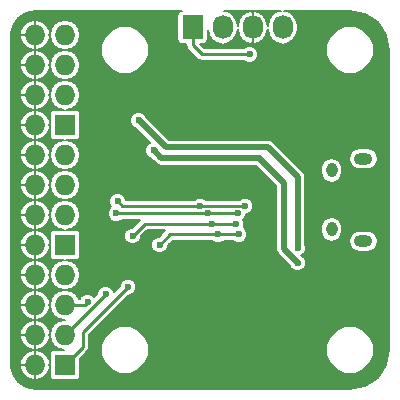
<source format=gbr>
G04 #@! TF.FileFunction,Copper,L2,Bot,Signal*
%FSLAX46Y46*%
G04 Gerber Fmt 4.6, Leading zero omitted, Abs format (unit mm)*
G04 Created by KiCad (PCBNEW 4.0.6) date Tue Apr 25 22:47:00 2017*
%MOMM*%
%LPD*%
G01*
G04 APERTURE LIST*
%ADD10C,0.100000*%
%ADD11O,0.950000X1.250000*%
%ADD12O,1.550000X1.000000*%
%ADD13R,1.727200X2.032000*%
%ADD14O,1.727200X2.032000*%
%ADD15R,1.727200X1.727200*%
%ADD16O,1.727200X1.727200*%
%ADD17C,0.600000*%
%ADD18C,0.500000*%
%ADD19C,0.250000*%
%ADD20C,0.203000*%
G04 APERTURE END LIST*
D10*
D11*
X180047460Y-90130900D03*
X180047460Y-85130900D03*
D12*
X182747460Y-91130900D03*
X182747460Y-84130900D03*
D13*
X168275000Y-73025000D03*
D14*
X170815000Y-73025000D03*
X173355000Y-73025000D03*
X175895000Y-73025000D03*
D15*
X157480000Y-101600000D03*
D16*
X154940000Y-101600000D03*
X157480000Y-99060000D03*
X154940000Y-99060000D03*
X157480000Y-96520000D03*
X154940000Y-96520000D03*
X157480000Y-93980000D03*
X154940000Y-93980000D03*
D15*
X157480000Y-91440000D03*
D16*
X154940000Y-91440000D03*
X157480000Y-88900000D03*
X154940000Y-88900000D03*
X157480000Y-86360000D03*
X154940000Y-86360000D03*
X157480000Y-83820000D03*
X154940000Y-83820000D03*
D15*
X157480000Y-81280000D03*
D16*
X154940000Y-81280000D03*
X157480000Y-78740000D03*
X154940000Y-78740000D03*
X157480000Y-76200000D03*
X154940000Y-76200000D03*
X157480000Y-73660000D03*
X154940000Y-73660000D03*
D17*
X177165000Y-91694000D03*
X163703000Y-80899000D03*
X163195000Y-86995000D03*
X166497000Y-80264000D03*
X178435000Y-86360000D03*
X172466000Y-85344000D03*
X177165000Y-97790000D03*
X172212000Y-94996000D03*
X173101000Y-75311000D03*
X177165000Y-92964000D03*
X176022000Y-91567000D03*
X164973000Y-83439000D03*
X173895000Y-84074000D03*
X162814000Y-94996000D03*
X160909000Y-95631000D03*
X159385000Y-96266000D03*
X165481000Y-91440000D03*
X170434000Y-90551000D03*
X172212000Y-90551000D03*
X163195000Y-90678000D03*
X169926000Y-89662000D03*
X171958000Y-89662000D03*
X161798000Y-88773000D03*
X169545000Y-88773000D03*
X172085000Y-88773000D03*
X161925000Y-87757000D03*
X168910000Y-88138000D03*
X172720000Y-88138000D03*
D18*
X165989000Y-83185000D02*
X163703000Y-80899000D01*
X174625000Y-83185000D02*
X165989000Y-83185000D01*
X177165000Y-85725000D02*
X174625000Y-83185000D01*
X177165000Y-85725000D02*
X177165000Y-91694000D01*
D19*
X168275000Y-74549000D02*
X168275000Y-73025000D01*
X169037000Y-75311000D02*
X168275000Y-74549000D01*
X173101000Y-75311000D02*
X169037000Y-75311000D01*
D18*
X176022000Y-91567000D02*
X176022000Y-91821000D01*
X176276000Y-92075000D02*
X177165000Y-92964000D01*
X176022000Y-91821000D02*
X176276000Y-92075000D01*
X176022000Y-86201000D02*
X173895000Y-84074000D01*
X176022000Y-91567000D02*
X176022000Y-86201000D01*
X173895000Y-84074000D02*
X165608000Y-84074000D01*
X165608000Y-84074000D02*
X164973000Y-83439000D01*
D19*
X173863000Y-84106000D02*
X173895000Y-84074000D01*
X159639000Y-98171000D02*
X159004000Y-98806000D01*
X162814000Y-94996000D02*
X159639000Y-98171000D01*
X159004000Y-100076000D02*
X157480000Y-101600000D01*
X159004000Y-98806000D02*
X159004000Y-100076000D01*
X157480000Y-99060000D02*
X159004000Y-97536000D01*
X159004000Y-97536000D02*
X160909000Y-95631000D01*
X159131000Y-96520000D02*
X159385000Y-96266000D01*
X159131000Y-96520000D02*
X157480000Y-96520000D01*
X170434000Y-90551000D02*
X166370000Y-90551000D01*
X166370000Y-90551000D02*
X165481000Y-91440000D01*
X170434000Y-90551000D02*
X172212000Y-90551000D01*
X169926000Y-89662000D02*
X164211000Y-89662000D01*
X164211000Y-89662000D02*
X163195000Y-90678000D01*
X169926000Y-89662000D02*
X170561000Y-89662000D01*
X170561000Y-89662000D02*
X171958000Y-89662000D01*
X169545000Y-88773000D02*
X161798000Y-88773000D01*
X169545000Y-88773000D02*
X172085000Y-88773000D01*
X168910000Y-88138000D02*
X162306000Y-88138000D01*
X162306000Y-88138000D02*
X161925000Y-87757000D01*
X168910000Y-88138000D02*
X172720000Y-88138000D01*
D20*
G36*
X167260760Y-71622882D02*
X167122407Y-71711910D01*
X167029591Y-71847751D01*
X166996937Y-72009000D01*
X166996937Y-74041000D01*
X167025282Y-74191640D01*
X167114310Y-74329993D01*
X167250151Y-74422809D01*
X167411400Y-74455463D01*
X167743500Y-74455463D01*
X167743500Y-74549000D01*
X167783958Y-74752396D01*
X167899173Y-74924827D01*
X168661173Y-75686827D01*
X168833604Y-75802042D01*
X169037000Y-75842500D01*
X172633302Y-75842500D01*
X172700277Y-75909592D01*
X172959852Y-76017377D01*
X173240915Y-76017622D01*
X173500677Y-75910291D01*
X173699592Y-75711723D01*
X173807377Y-75452148D01*
X173807485Y-75327367D01*
X179603152Y-75327367D01*
X179907980Y-76065106D01*
X180471925Y-76630036D01*
X181209131Y-76936151D01*
X182007367Y-76936848D01*
X182745106Y-76632020D01*
X183310036Y-76068075D01*
X183616151Y-75330869D01*
X183616848Y-74532633D01*
X183312020Y-73794894D01*
X182748075Y-73229964D01*
X182010869Y-72923849D01*
X181212633Y-72923152D01*
X180474894Y-73227980D01*
X179909964Y-73791925D01*
X179603849Y-74529131D01*
X179603152Y-75327367D01*
X173807485Y-75327367D01*
X173807622Y-75171085D01*
X173700291Y-74911323D01*
X173501723Y-74712408D01*
X173242148Y-74604623D01*
X172961085Y-74604378D01*
X172701323Y-74711709D01*
X172633414Y-74779500D01*
X169257154Y-74779500D01*
X168933117Y-74455463D01*
X169138600Y-74455463D01*
X169289240Y-74427118D01*
X169427593Y-74338090D01*
X169520409Y-74202249D01*
X169553063Y-74041000D01*
X169553063Y-73246306D01*
X169641581Y-73691314D01*
X169916904Y-74103364D01*
X170328954Y-74378687D01*
X170815000Y-74475368D01*
X171301046Y-74378687D01*
X171713096Y-74103364D01*
X171988419Y-73691314D01*
X172085100Y-73205268D01*
X172085100Y-73178903D01*
X172181772Y-73663908D01*
X172457257Y-74075850D01*
X172869416Y-74351011D01*
X173155819Y-74431785D01*
X173354500Y-74345875D01*
X173354500Y-73025500D01*
X173334500Y-73025500D01*
X173334500Y-73024500D01*
X173354500Y-73024500D01*
X173354500Y-71704125D01*
X173155819Y-71618215D01*
X172869416Y-71698989D01*
X172457257Y-71974150D01*
X172181772Y-72386092D01*
X172085100Y-72871097D01*
X172085100Y-72844732D01*
X171988419Y-72358686D01*
X171713096Y-71946636D01*
X171301046Y-71671313D01*
X170950074Y-71601500D01*
X175759926Y-71601500D01*
X175408954Y-71671313D01*
X174996904Y-71946636D01*
X174721581Y-72358686D01*
X174624900Y-72844732D01*
X174624900Y-72871097D01*
X174528228Y-72386092D01*
X174252743Y-71974150D01*
X173840584Y-71698989D01*
X173554181Y-71618215D01*
X173355500Y-71704125D01*
X173355500Y-73024500D01*
X173375500Y-73024500D01*
X173375500Y-73025500D01*
X173355500Y-73025500D01*
X173355500Y-74345875D01*
X173554181Y-74431785D01*
X173840584Y-74351011D01*
X174252743Y-74075850D01*
X174528228Y-73663908D01*
X174624900Y-73178903D01*
X174624900Y-73205268D01*
X174721581Y-73691314D01*
X174996904Y-74103364D01*
X175408954Y-74378687D01*
X175895000Y-74475368D01*
X176381046Y-74378687D01*
X176793096Y-74103364D01*
X177068419Y-73691314D01*
X177165100Y-73205268D01*
X177165100Y-72844732D01*
X177068419Y-72358686D01*
X176793096Y-71946636D01*
X176381046Y-71671313D01*
X176030074Y-71601500D01*
X181562577Y-71601500D01*
X182880151Y-71863582D01*
X183956935Y-72583065D01*
X184676418Y-73659849D01*
X184938500Y-74977423D01*
X184938500Y-100282577D01*
X184676418Y-101600151D01*
X183956935Y-102676935D01*
X182880151Y-103396418D01*
X181562577Y-103658500D01*
X154987423Y-103658500D01*
X154155855Y-103493091D01*
X153491091Y-103048909D01*
X153046909Y-102384143D01*
X152930553Y-101799181D01*
X153685615Y-101799181D01*
X153704876Y-101896012D01*
X153912173Y-102346141D01*
X154275948Y-102682677D01*
X154740819Y-102854385D01*
X154939500Y-102768475D01*
X154939500Y-101600500D01*
X153771525Y-101600500D01*
X153685615Y-101799181D01*
X152930553Y-101799181D01*
X152881500Y-101552577D01*
X152881500Y-101400819D01*
X153685615Y-101400819D01*
X153771525Y-101599500D01*
X154939500Y-101599500D01*
X154939500Y-100431525D01*
X154740819Y-100345615D01*
X154275948Y-100517323D01*
X153912173Y-100853859D01*
X153704876Y-101303988D01*
X153685615Y-101400819D01*
X152881500Y-101400819D01*
X152881500Y-99259181D01*
X153685615Y-99259181D01*
X153704876Y-99356012D01*
X153912173Y-99806141D01*
X154275948Y-100142677D01*
X154740819Y-100314385D01*
X154939500Y-100228475D01*
X154939500Y-99060500D01*
X153771525Y-99060500D01*
X153685615Y-99259181D01*
X152881500Y-99259181D01*
X152881500Y-98860819D01*
X153685615Y-98860819D01*
X153771525Y-99059500D01*
X154939500Y-99059500D01*
X154939500Y-97891525D01*
X154740819Y-97805615D01*
X154275948Y-97977323D01*
X153912173Y-98313859D01*
X153704876Y-98763988D01*
X153685615Y-98860819D01*
X152881500Y-98860819D01*
X152881500Y-96719181D01*
X153685615Y-96719181D01*
X153704876Y-96816012D01*
X153912173Y-97266141D01*
X154275948Y-97602677D01*
X154740819Y-97774385D01*
X154939500Y-97688475D01*
X154939500Y-96520500D01*
X153771525Y-96520500D01*
X153685615Y-96719181D01*
X152881500Y-96719181D01*
X152881500Y-96320819D01*
X153685615Y-96320819D01*
X153771525Y-96519500D01*
X154939500Y-96519500D01*
X154939500Y-95351525D01*
X154740819Y-95265615D01*
X154275948Y-95437323D01*
X153912173Y-95773859D01*
X153704876Y-96223988D01*
X153685615Y-96320819D01*
X152881500Y-96320819D01*
X152881500Y-94179181D01*
X153685615Y-94179181D01*
X153704876Y-94276012D01*
X153912173Y-94726141D01*
X154275948Y-95062677D01*
X154740819Y-95234385D01*
X154939500Y-95148475D01*
X154939500Y-93980500D01*
X153771525Y-93980500D01*
X153685615Y-94179181D01*
X152881500Y-94179181D01*
X152881500Y-93780819D01*
X153685615Y-93780819D01*
X153771525Y-93979500D01*
X154939500Y-93979500D01*
X154939500Y-92811525D01*
X154740819Y-92725615D01*
X154275948Y-92897323D01*
X153912173Y-93233859D01*
X153704876Y-93683988D01*
X153685615Y-93780819D01*
X152881500Y-93780819D01*
X152881500Y-91639181D01*
X153685615Y-91639181D01*
X153704876Y-91736012D01*
X153912173Y-92186141D01*
X154275948Y-92522677D01*
X154740819Y-92694385D01*
X154939500Y-92608475D01*
X154939500Y-91440500D01*
X153771525Y-91440500D01*
X153685615Y-91639181D01*
X152881500Y-91639181D01*
X152881500Y-91240819D01*
X153685615Y-91240819D01*
X153771525Y-91439500D01*
X154939500Y-91439500D01*
X154939500Y-90271525D01*
X154740819Y-90185615D01*
X154275948Y-90357323D01*
X153912173Y-90693859D01*
X153704876Y-91143988D01*
X153685615Y-91240819D01*
X152881500Y-91240819D01*
X152881500Y-89099181D01*
X153685615Y-89099181D01*
X153704876Y-89196012D01*
X153912173Y-89646141D01*
X154275948Y-89982677D01*
X154740819Y-90154385D01*
X154939500Y-90068475D01*
X154939500Y-88900500D01*
X153771525Y-88900500D01*
X153685615Y-89099181D01*
X152881500Y-89099181D01*
X152881500Y-88700819D01*
X153685615Y-88700819D01*
X153771525Y-88899500D01*
X154939500Y-88899500D01*
X154939500Y-87731525D01*
X154740819Y-87645615D01*
X154275948Y-87817323D01*
X153912173Y-88153859D01*
X153704876Y-88603988D01*
X153685615Y-88700819D01*
X152881500Y-88700819D01*
X152881500Y-86559181D01*
X153685615Y-86559181D01*
X153704876Y-86656012D01*
X153912173Y-87106141D01*
X154275948Y-87442677D01*
X154740819Y-87614385D01*
X154939500Y-87528475D01*
X154939500Y-86360500D01*
X153771525Y-86360500D01*
X153685615Y-86559181D01*
X152881500Y-86559181D01*
X152881500Y-86160819D01*
X153685615Y-86160819D01*
X153771525Y-86359500D01*
X154939500Y-86359500D01*
X154939500Y-85191525D01*
X154740819Y-85105615D01*
X154275948Y-85277323D01*
X153912173Y-85613859D01*
X153704876Y-86063988D01*
X153685615Y-86160819D01*
X152881500Y-86160819D01*
X152881500Y-84019181D01*
X153685615Y-84019181D01*
X153704876Y-84116012D01*
X153912173Y-84566141D01*
X154275948Y-84902677D01*
X154740819Y-85074385D01*
X154939500Y-84988475D01*
X154939500Y-83820500D01*
X153771525Y-83820500D01*
X153685615Y-84019181D01*
X152881500Y-84019181D01*
X152881500Y-83620819D01*
X153685615Y-83620819D01*
X153771525Y-83819500D01*
X154939500Y-83819500D01*
X154939500Y-82651525D01*
X154740819Y-82565615D01*
X154275948Y-82737323D01*
X153912173Y-83073859D01*
X153704876Y-83523988D01*
X153685615Y-83620819D01*
X152881500Y-83620819D01*
X152881500Y-81479181D01*
X153685615Y-81479181D01*
X153704876Y-81576012D01*
X153912173Y-82026141D01*
X154275948Y-82362677D01*
X154740819Y-82534385D01*
X154939500Y-82448475D01*
X154939500Y-81280500D01*
X153771525Y-81280500D01*
X153685615Y-81479181D01*
X152881500Y-81479181D01*
X152881500Y-81080819D01*
X153685615Y-81080819D01*
X153771525Y-81279500D01*
X154939500Y-81279500D01*
X154939500Y-80111525D01*
X154740819Y-80025615D01*
X154275948Y-80197323D01*
X153912173Y-80533859D01*
X153704876Y-80983988D01*
X153685615Y-81080819D01*
X152881500Y-81080819D01*
X152881500Y-78939181D01*
X153685615Y-78939181D01*
X153704876Y-79036012D01*
X153912173Y-79486141D01*
X154275948Y-79822677D01*
X154740819Y-79994385D01*
X154939500Y-79908475D01*
X154939500Y-78740500D01*
X153771525Y-78740500D01*
X153685615Y-78939181D01*
X152881500Y-78939181D01*
X152881500Y-78540819D01*
X153685615Y-78540819D01*
X153771525Y-78739500D01*
X154939500Y-78739500D01*
X154939500Y-77571525D01*
X154740819Y-77485615D01*
X154275948Y-77657323D01*
X153912173Y-77993859D01*
X153704876Y-78443988D01*
X153685615Y-78540819D01*
X152881500Y-78540819D01*
X152881500Y-76399181D01*
X153685615Y-76399181D01*
X153704876Y-76496012D01*
X153912173Y-76946141D01*
X154275948Y-77282677D01*
X154740819Y-77454385D01*
X154939500Y-77368475D01*
X154939500Y-76200500D01*
X153771525Y-76200500D01*
X153685615Y-76399181D01*
X152881500Y-76399181D01*
X152881500Y-76000819D01*
X153685615Y-76000819D01*
X153771525Y-76199500D01*
X154939500Y-76199500D01*
X154939500Y-75031525D01*
X154740819Y-74945615D01*
X154275948Y-75117323D01*
X153912173Y-75453859D01*
X153704876Y-75903988D01*
X153685615Y-76000819D01*
X152881500Y-76000819D01*
X152881500Y-73859181D01*
X153685615Y-73859181D01*
X153704876Y-73956012D01*
X153912173Y-74406141D01*
X154275948Y-74742677D01*
X154740819Y-74914385D01*
X154939500Y-74828475D01*
X154939500Y-73660500D01*
X153771525Y-73660500D01*
X153685615Y-73859181D01*
X152881500Y-73859181D01*
X152881500Y-73707423D01*
X152930552Y-73460819D01*
X153685615Y-73460819D01*
X153771525Y-73659500D01*
X154939500Y-73659500D01*
X154939500Y-72491525D01*
X154940500Y-72491525D01*
X154940500Y-73659500D01*
X154960500Y-73659500D01*
X154960500Y-73660500D01*
X154940500Y-73660500D01*
X154940500Y-74828475D01*
X155139181Y-74914385D01*
X155604052Y-74742677D01*
X155967827Y-74406141D01*
X156175124Y-73956012D01*
X156194385Y-73859181D01*
X156108476Y-73660502D01*
X156185117Y-73660502D01*
X156281698Y-74146046D01*
X156557021Y-74558096D01*
X156969071Y-74833419D01*
X157454614Y-74930000D01*
X156969071Y-75026581D01*
X156557021Y-75301904D01*
X156281698Y-75713954D01*
X156185117Y-76199498D01*
X156108476Y-76199498D01*
X156194385Y-76000819D01*
X156175124Y-75903988D01*
X155967827Y-75453859D01*
X155604052Y-75117323D01*
X155139181Y-74945615D01*
X154940500Y-75031525D01*
X154940500Y-76199500D01*
X154960500Y-76199500D01*
X154960500Y-76200500D01*
X154940500Y-76200500D01*
X154940500Y-77368475D01*
X155139181Y-77454385D01*
X155604052Y-77282677D01*
X155967827Y-76946141D01*
X156175124Y-76496012D01*
X156194385Y-76399181D01*
X156108476Y-76200502D01*
X156185117Y-76200502D01*
X156281698Y-76686046D01*
X156557021Y-77098096D01*
X156969071Y-77373419D01*
X157454614Y-77470000D01*
X156969071Y-77566581D01*
X156557021Y-77841904D01*
X156281698Y-78253954D01*
X156185117Y-78739498D01*
X156108476Y-78739498D01*
X156194385Y-78540819D01*
X156175124Y-78443988D01*
X155967827Y-77993859D01*
X155604052Y-77657323D01*
X155139181Y-77485615D01*
X154940500Y-77571525D01*
X154940500Y-78739500D01*
X154960500Y-78739500D01*
X154960500Y-78740500D01*
X154940500Y-78740500D01*
X154940500Y-79908475D01*
X155139181Y-79994385D01*
X155604052Y-79822677D01*
X155967827Y-79486141D01*
X156175124Y-79036012D01*
X156194385Y-78939181D01*
X156108476Y-78740502D01*
X156185117Y-78740502D01*
X156281698Y-79226046D01*
X156557021Y-79638096D01*
X156969071Y-79913419D01*
X157414079Y-80001937D01*
X156616400Y-80001937D01*
X156465760Y-80030282D01*
X156327407Y-80119310D01*
X156234591Y-80255151D01*
X156201937Y-80416400D01*
X156201937Y-81279498D01*
X156108476Y-81279498D01*
X156194385Y-81080819D01*
X156175124Y-80983988D01*
X155967827Y-80533859D01*
X155604052Y-80197323D01*
X155139181Y-80025615D01*
X154940500Y-80111525D01*
X154940500Y-81279500D01*
X154960500Y-81279500D01*
X154960500Y-81280500D01*
X154940500Y-81280500D01*
X154940500Y-82448475D01*
X155139181Y-82534385D01*
X155604052Y-82362677D01*
X155967827Y-82026141D01*
X156175124Y-81576012D01*
X156194385Y-81479181D01*
X156108476Y-81280502D01*
X156201937Y-81280502D01*
X156201937Y-82143600D01*
X156230282Y-82294240D01*
X156319310Y-82432593D01*
X156455151Y-82525409D01*
X156616400Y-82558063D01*
X157414079Y-82558063D01*
X156969071Y-82646581D01*
X156557021Y-82921904D01*
X156281698Y-83333954D01*
X156185117Y-83819498D01*
X156108476Y-83819498D01*
X156194385Y-83620819D01*
X156175124Y-83523988D01*
X155967827Y-83073859D01*
X155604052Y-82737323D01*
X155139181Y-82565615D01*
X154940500Y-82651525D01*
X154940500Y-83819500D01*
X154960500Y-83819500D01*
X154960500Y-83820500D01*
X154940500Y-83820500D01*
X154940500Y-84988475D01*
X155139181Y-85074385D01*
X155604052Y-84902677D01*
X155967827Y-84566141D01*
X156175124Y-84116012D01*
X156194385Y-84019181D01*
X156108476Y-83820502D01*
X156185117Y-83820502D01*
X156281698Y-84306046D01*
X156557021Y-84718096D01*
X156969071Y-84993419D01*
X157454614Y-85090000D01*
X156969071Y-85186581D01*
X156557021Y-85461904D01*
X156281698Y-85873954D01*
X156185117Y-86359498D01*
X156108476Y-86359498D01*
X156194385Y-86160819D01*
X156175124Y-86063988D01*
X155967827Y-85613859D01*
X155604052Y-85277323D01*
X155139181Y-85105615D01*
X154940500Y-85191525D01*
X154940500Y-86359500D01*
X154960500Y-86359500D01*
X154960500Y-86360500D01*
X154940500Y-86360500D01*
X154940500Y-87528475D01*
X155139181Y-87614385D01*
X155604052Y-87442677D01*
X155967827Y-87106141D01*
X156175124Y-86656012D01*
X156194385Y-86559181D01*
X156108476Y-86360502D01*
X156185117Y-86360502D01*
X156281698Y-86846046D01*
X156557021Y-87258096D01*
X156969071Y-87533419D01*
X157454614Y-87630000D01*
X156969071Y-87726581D01*
X156557021Y-88001904D01*
X156281698Y-88413954D01*
X156185117Y-88899498D01*
X156108476Y-88899498D01*
X156194385Y-88700819D01*
X156175124Y-88603988D01*
X155967827Y-88153859D01*
X155604052Y-87817323D01*
X155139181Y-87645615D01*
X154940500Y-87731525D01*
X154940500Y-88899500D01*
X154960500Y-88899500D01*
X154960500Y-88900500D01*
X154940500Y-88900500D01*
X154940500Y-90068475D01*
X155139181Y-90154385D01*
X155604052Y-89982677D01*
X155967827Y-89646141D01*
X156175124Y-89196012D01*
X156194385Y-89099181D01*
X156108476Y-88900502D01*
X156185117Y-88900502D01*
X156281698Y-89386046D01*
X156557021Y-89798096D01*
X156969071Y-90073419D01*
X157414079Y-90161937D01*
X156616400Y-90161937D01*
X156465760Y-90190282D01*
X156327407Y-90279310D01*
X156234591Y-90415151D01*
X156201937Y-90576400D01*
X156201937Y-91439498D01*
X156108476Y-91439498D01*
X156194385Y-91240819D01*
X156175124Y-91143988D01*
X155967827Y-90693859D01*
X155604052Y-90357323D01*
X155139181Y-90185615D01*
X154940500Y-90271525D01*
X154940500Y-91439500D01*
X154960500Y-91439500D01*
X154960500Y-91440500D01*
X154940500Y-91440500D01*
X154940500Y-92608475D01*
X155139181Y-92694385D01*
X155604052Y-92522677D01*
X155967827Y-92186141D01*
X156175124Y-91736012D01*
X156194385Y-91639181D01*
X156108476Y-91440502D01*
X156201937Y-91440502D01*
X156201937Y-92303600D01*
X156230282Y-92454240D01*
X156319310Y-92592593D01*
X156455151Y-92685409D01*
X156616400Y-92718063D01*
X157414079Y-92718063D01*
X156969071Y-92806581D01*
X156557021Y-93081904D01*
X156281698Y-93493954D01*
X156185117Y-93979498D01*
X156108476Y-93979498D01*
X156194385Y-93780819D01*
X156175124Y-93683988D01*
X155967827Y-93233859D01*
X155604052Y-92897323D01*
X155139181Y-92725615D01*
X154940500Y-92811525D01*
X154940500Y-93979500D01*
X154960500Y-93979500D01*
X154960500Y-93980500D01*
X154940500Y-93980500D01*
X154940500Y-95148475D01*
X155139181Y-95234385D01*
X155604052Y-95062677D01*
X155967827Y-94726141D01*
X156175124Y-94276012D01*
X156194385Y-94179181D01*
X156108476Y-93980502D01*
X156185117Y-93980502D01*
X156281698Y-94466046D01*
X156557021Y-94878096D01*
X156969071Y-95153419D01*
X157454614Y-95250000D01*
X156969071Y-95346581D01*
X156557021Y-95621904D01*
X156281698Y-96033954D01*
X156185117Y-96519498D01*
X156108476Y-96519498D01*
X156194385Y-96320819D01*
X156175124Y-96223988D01*
X155967827Y-95773859D01*
X155604052Y-95437323D01*
X155139181Y-95265615D01*
X154940500Y-95351525D01*
X154940500Y-96519500D01*
X154960500Y-96519500D01*
X154960500Y-96520500D01*
X154940500Y-96520500D01*
X154940500Y-97688475D01*
X155139181Y-97774385D01*
X155604052Y-97602677D01*
X155967827Y-97266141D01*
X156175124Y-96816012D01*
X156194385Y-96719181D01*
X156108476Y-96520502D01*
X156185117Y-96520502D01*
X156281698Y-97006046D01*
X156557021Y-97418096D01*
X156969071Y-97693419D01*
X157454614Y-97790000D01*
X156969071Y-97886581D01*
X156557021Y-98161904D01*
X156281698Y-98573954D01*
X156185117Y-99059498D01*
X156108476Y-99059498D01*
X156194385Y-98860819D01*
X156175124Y-98763988D01*
X155967827Y-98313859D01*
X155604052Y-97977323D01*
X155139181Y-97805615D01*
X154940500Y-97891525D01*
X154940500Y-99059500D01*
X154960500Y-99059500D01*
X154960500Y-99060500D01*
X154940500Y-99060500D01*
X154940500Y-100228475D01*
X155139181Y-100314385D01*
X155604052Y-100142677D01*
X155967827Y-99806141D01*
X156175124Y-99356012D01*
X156194385Y-99259181D01*
X156108476Y-99060502D01*
X156185117Y-99060502D01*
X156281698Y-99546046D01*
X156557021Y-99958096D01*
X156969071Y-100233419D01*
X157414079Y-100321937D01*
X156616400Y-100321937D01*
X156465760Y-100350282D01*
X156327407Y-100439310D01*
X156234591Y-100575151D01*
X156201937Y-100736400D01*
X156201937Y-101599498D01*
X156108476Y-101599498D01*
X156194385Y-101400819D01*
X156175124Y-101303988D01*
X155967827Y-100853859D01*
X155604052Y-100517323D01*
X155139181Y-100345615D01*
X154940500Y-100431525D01*
X154940500Y-101599500D01*
X154960500Y-101599500D01*
X154960500Y-101600500D01*
X154940500Y-101600500D01*
X154940500Y-102768475D01*
X155139181Y-102854385D01*
X155604052Y-102682677D01*
X155967827Y-102346141D01*
X156175124Y-101896012D01*
X156194385Y-101799181D01*
X156108476Y-101600502D01*
X156201937Y-101600502D01*
X156201937Y-102463600D01*
X156230282Y-102614240D01*
X156319310Y-102752593D01*
X156455151Y-102845409D01*
X156616400Y-102878063D01*
X158343600Y-102878063D01*
X158494240Y-102849718D01*
X158632593Y-102760690D01*
X158725409Y-102624849D01*
X158758063Y-102463600D01*
X158758063Y-101073592D01*
X159104288Y-100727367D01*
X160553152Y-100727367D01*
X160857980Y-101465106D01*
X161421925Y-102030036D01*
X162159131Y-102336151D01*
X162957367Y-102336848D01*
X163695106Y-102032020D01*
X164260036Y-101468075D01*
X164566151Y-100730869D01*
X164566154Y-100727367D01*
X179603152Y-100727367D01*
X179907980Y-101465106D01*
X180471925Y-102030036D01*
X181209131Y-102336151D01*
X182007367Y-102336848D01*
X182745106Y-102032020D01*
X183310036Y-101468075D01*
X183616151Y-100730869D01*
X183616848Y-99932633D01*
X183312020Y-99194894D01*
X182748075Y-98629964D01*
X182010869Y-98323849D01*
X181212633Y-98323152D01*
X180474894Y-98627980D01*
X179909964Y-99191925D01*
X179603849Y-99929131D01*
X179603152Y-100727367D01*
X164566154Y-100727367D01*
X164566848Y-99932633D01*
X164262020Y-99194894D01*
X163698075Y-98629964D01*
X162960869Y-98323849D01*
X162162633Y-98323152D01*
X161424894Y-98627980D01*
X160859964Y-99191925D01*
X160553849Y-99929131D01*
X160553152Y-100727367D01*
X159104288Y-100727367D01*
X159379827Y-100451828D01*
X159495041Y-100279397D01*
X159495042Y-100279396D01*
X159535500Y-100076000D01*
X159535500Y-99026154D01*
X160014828Y-98546827D01*
X160014830Y-98546824D01*
X162859115Y-95702539D01*
X162953915Y-95702622D01*
X163213677Y-95595291D01*
X163412592Y-95396723D01*
X163520377Y-95137148D01*
X163520622Y-94856085D01*
X163413291Y-94596323D01*
X163214723Y-94397408D01*
X162955148Y-94289623D01*
X162674085Y-94289378D01*
X162414323Y-94396709D01*
X162215408Y-94595277D01*
X162107623Y-94854852D01*
X162107539Y-94950807D01*
X161601482Y-95456864D01*
X161508291Y-95231323D01*
X161309723Y-95032408D01*
X161050148Y-94924623D01*
X160769085Y-94924378D01*
X160509323Y-95031709D01*
X160310408Y-95230277D01*
X160202623Y-95489852D01*
X160202539Y-95585807D01*
X159953184Y-95835162D01*
X159785723Y-95667408D01*
X159526148Y-95559623D01*
X159245085Y-95559378D01*
X158985323Y-95666709D01*
X158786408Y-95865277D01*
X158735241Y-95988500D01*
X158647931Y-95988500D01*
X158402979Y-95621904D01*
X157990929Y-95346581D01*
X157505386Y-95250000D01*
X157990929Y-95153419D01*
X158402979Y-94878096D01*
X158678302Y-94466046D01*
X158774983Y-93980000D01*
X158678302Y-93493954D01*
X158402979Y-93081904D01*
X157990929Y-92806581D01*
X157545921Y-92718063D01*
X158343600Y-92718063D01*
X158494240Y-92689718D01*
X158632593Y-92600690D01*
X158725409Y-92464849D01*
X158758063Y-92303600D01*
X158758063Y-90576400D01*
X158729718Y-90425760D01*
X158640690Y-90287407D01*
X158504849Y-90194591D01*
X158343600Y-90161937D01*
X157545921Y-90161937D01*
X157990929Y-90073419D01*
X158402979Y-89798096D01*
X158678302Y-89386046D01*
X158772414Y-88912915D01*
X161091378Y-88912915D01*
X161198709Y-89172677D01*
X161397277Y-89371592D01*
X161656852Y-89479377D01*
X161937915Y-89479622D01*
X162197677Y-89372291D01*
X162265586Y-89304500D01*
X163816846Y-89304500D01*
X163149885Y-89971461D01*
X163055085Y-89971378D01*
X162795323Y-90078709D01*
X162596408Y-90277277D01*
X162488623Y-90536852D01*
X162488378Y-90817915D01*
X162595709Y-91077677D01*
X162794277Y-91276592D01*
X163053852Y-91384377D01*
X163334915Y-91384622D01*
X163594677Y-91277291D01*
X163793592Y-91078723D01*
X163901377Y-90819148D01*
X163901461Y-90723193D01*
X164431154Y-90193500D01*
X165975846Y-90193500D01*
X165435885Y-90733461D01*
X165341085Y-90733378D01*
X165081323Y-90840709D01*
X164882408Y-91039277D01*
X164774623Y-91298852D01*
X164774378Y-91579915D01*
X164881709Y-91839677D01*
X165080277Y-92038592D01*
X165339852Y-92146377D01*
X165620915Y-92146622D01*
X165880677Y-92039291D01*
X166079592Y-91840723D01*
X166187377Y-91581148D01*
X166187461Y-91485193D01*
X166590154Y-91082500D01*
X169966302Y-91082500D01*
X170033277Y-91149592D01*
X170292852Y-91257377D01*
X170573915Y-91257622D01*
X170833677Y-91150291D01*
X170901586Y-91082500D01*
X171744302Y-91082500D01*
X171811277Y-91149592D01*
X172070852Y-91257377D01*
X172351915Y-91257622D01*
X172611677Y-91150291D01*
X172810592Y-90951723D01*
X172918377Y-90692148D01*
X172918622Y-90411085D01*
X172811291Y-90151323D01*
X172612723Y-89952408D01*
X172603917Y-89948751D01*
X172664377Y-89803148D01*
X172664622Y-89522085D01*
X172568255Y-89288859D01*
X172683592Y-89173723D01*
X172791377Y-88914148D01*
X172791438Y-88844562D01*
X172859915Y-88844622D01*
X173119677Y-88737291D01*
X173318592Y-88538723D01*
X173426377Y-88279148D01*
X173426622Y-87998085D01*
X173319291Y-87738323D01*
X173120723Y-87539408D01*
X172861148Y-87431623D01*
X172580085Y-87431378D01*
X172320323Y-87538709D01*
X172252414Y-87606500D01*
X169377698Y-87606500D01*
X169310723Y-87539408D01*
X169051148Y-87431623D01*
X168770085Y-87431378D01*
X168510323Y-87538709D01*
X168442414Y-87606500D01*
X162627248Y-87606500D01*
X162524291Y-87357323D01*
X162325723Y-87158408D01*
X162066148Y-87050623D01*
X161785085Y-87050378D01*
X161525323Y-87157709D01*
X161326408Y-87356277D01*
X161218623Y-87615852D01*
X161218378Y-87896915D01*
X161325709Y-88156677D01*
X161370469Y-88201515D01*
X161199408Y-88372277D01*
X161091623Y-88631852D01*
X161091378Y-88912915D01*
X158772414Y-88912915D01*
X158774983Y-88900000D01*
X158678302Y-88413954D01*
X158402979Y-88001904D01*
X157990929Y-87726581D01*
X157505386Y-87630000D01*
X157990929Y-87533419D01*
X158402979Y-87258096D01*
X158678302Y-86846046D01*
X158774983Y-86360000D01*
X158678302Y-85873954D01*
X158402979Y-85461904D01*
X157990929Y-85186581D01*
X157505386Y-85090000D01*
X157990929Y-84993419D01*
X158402979Y-84718096D01*
X158678302Y-84306046D01*
X158774983Y-83820000D01*
X158678302Y-83333954D01*
X158402979Y-82921904D01*
X157990929Y-82646581D01*
X157545921Y-82558063D01*
X158343600Y-82558063D01*
X158494240Y-82529718D01*
X158632593Y-82440690D01*
X158725409Y-82304849D01*
X158758063Y-82143600D01*
X158758063Y-81038915D01*
X162996378Y-81038915D01*
X163103709Y-81298677D01*
X163302277Y-81497592D01*
X163423494Y-81547926D01*
X164673773Y-82798204D01*
X164573323Y-82839709D01*
X164374408Y-83038277D01*
X164266623Y-83297852D01*
X164266378Y-83578915D01*
X164373709Y-83838677D01*
X164572277Y-84037592D01*
X164693494Y-84087926D01*
X165143782Y-84538213D01*
X165143784Y-84538216D01*
X165356768Y-84680527D01*
X165398451Y-84688818D01*
X165608000Y-84730501D01*
X165608005Y-84730500D01*
X173623068Y-84730500D01*
X175365500Y-86472931D01*
X175365500Y-91305735D01*
X175315623Y-91425852D01*
X175315378Y-91706915D01*
X175368267Y-91834918D01*
X175415473Y-92072232D01*
X175557784Y-92285216D01*
X175811782Y-92539213D01*
X175811784Y-92539216D01*
X176516043Y-93243475D01*
X176565709Y-93363677D01*
X176764277Y-93562592D01*
X177023852Y-93670377D01*
X177304915Y-93670622D01*
X177564677Y-93563291D01*
X177763592Y-93364723D01*
X177871377Y-93105148D01*
X177871622Y-92824085D01*
X177764291Y-92564323D01*
X177565723Y-92365408D01*
X177478148Y-92329044D01*
X177564677Y-92293291D01*
X177763592Y-92094723D01*
X177871377Y-91835148D01*
X177871622Y-91554085D01*
X177821500Y-91432780D01*
X177821500Y-89960692D01*
X179165960Y-89960692D01*
X179165960Y-90301108D01*
X179233060Y-90638443D01*
X179424145Y-90924423D01*
X179710125Y-91115508D01*
X180047460Y-91182608D01*
X180307414Y-91130900D01*
X181542813Y-91130900D01*
X181611816Y-91477803D01*
X181808321Y-91771892D01*
X182102410Y-91968397D01*
X182449313Y-92037400D01*
X183045607Y-92037400D01*
X183392510Y-91968397D01*
X183686599Y-91771892D01*
X183883104Y-91477803D01*
X183952107Y-91130900D01*
X183883104Y-90783997D01*
X183686599Y-90489908D01*
X183392510Y-90293403D01*
X183045607Y-90224400D01*
X182449313Y-90224400D01*
X182102410Y-90293403D01*
X181808321Y-90489908D01*
X181611816Y-90783997D01*
X181542813Y-91130900D01*
X180307414Y-91130900D01*
X180384795Y-91115508D01*
X180670775Y-90924423D01*
X180861860Y-90638443D01*
X180928960Y-90301108D01*
X180928960Y-89960692D01*
X180861860Y-89623357D01*
X180670775Y-89337377D01*
X180384795Y-89146292D01*
X180047460Y-89079192D01*
X179710125Y-89146292D01*
X179424145Y-89337377D01*
X179233060Y-89623357D01*
X179165960Y-89960692D01*
X177821500Y-89960692D01*
X177821500Y-85725000D01*
X177771527Y-85473768D01*
X177629216Y-85260784D01*
X177629213Y-85260782D01*
X177329124Y-84960692D01*
X179165960Y-84960692D01*
X179165960Y-85301108D01*
X179233060Y-85638443D01*
X179424145Y-85924423D01*
X179710125Y-86115508D01*
X180047460Y-86182608D01*
X180384795Y-86115508D01*
X180670775Y-85924423D01*
X180861860Y-85638443D01*
X180928960Y-85301108D01*
X180928960Y-84960692D01*
X180861860Y-84623357D01*
X180670775Y-84337377D01*
X180384795Y-84146292D01*
X180307415Y-84130900D01*
X181542813Y-84130900D01*
X181611816Y-84477803D01*
X181808321Y-84771892D01*
X182102410Y-84968397D01*
X182449313Y-85037400D01*
X183045607Y-85037400D01*
X183392510Y-84968397D01*
X183686599Y-84771892D01*
X183883104Y-84477803D01*
X183952107Y-84130900D01*
X183883104Y-83783997D01*
X183686599Y-83489908D01*
X183392510Y-83293403D01*
X183045607Y-83224400D01*
X182449313Y-83224400D01*
X182102410Y-83293403D01*
X181808321Y-83489908D01*
X181611816Y-83783997D01*
X181542813Y-84130900D01*
X180307415Y-84130900D01*
X180047460Y-84079192D01*
X179710125Y-84146292D01*
X179424145Y-84337377D01*
X179233060Y-84623357D01*
X179165960Y-84960692D01*
X177329124Y-84960692D01*
X175089216Y-82720784D01*
X174876232Y-82578473D01*
X174625000Y-82528499D01*
X174624995Y-82528500D01*
X166260931Y-82528500D01*
X164351957Y-80619526D01*
X164302291Y-80499323D01*
X164103723Y-80300408D01*
X163844148Y-80192623D01*
X163563085Y-80192378D01*
X163303323Y-80299709D01*
X163104408Y-80498277D01*
X162996623Y-80757852D01*
X162996378Y-81038915D01*
X158758063Y-81038915D01*
X158758063Y-80416400D01*
X158729718Y-80265760D01*
X158640690Y-80127407D01*
X158504849Y-80034591D01*
X158343600Y-80001937D01*
X157545921Y-80001937D01*
X157990929Y-79913419D01*
X158402979Y-79638096D01*
X158678302Y-79226046D01*
X158774983Y-78740000D01*
X158678302Y-78253954D01*
X158402979Y-77841904D01*
X157990929Y-77566581D01*
X157505386Y-77470000D01*
X157990929Y-77373419D01*
X158402979Y-77098096D01*
X158678302Y-76686046D01*
X158774983Y-76200000D01*
X158678302Y-75713954D01*
X158419993Y-75327367D01*
X160553152Y-75327367D01*
X160857980Y-76065106D01*
X161421925Y-76630036D01*
X162159131Y-76936151D01*
X162957367Y-76936848D01*
X163695106Y-76632020D01*
X164260036Y-76068075D01*
X164566151Y-75330869D01*
X164566848Y-74532633D01*
X164262020Y-73794894D01*
X163698075Y-73229964D01*
X162960869Y-72923849D01*
X162162633Y-72923152D01*
X161424894Y-73227980D01*
X160859964Y-73791925D01*
X160553849Y-74529131D01*
X160553152Y-75327367D01*
X158419993Y-75327367D01*
X158402979Y-75301904D01*
X157990929Y-75026581D01*
X157505386Y-74930000D01*
X157990929Y-74833419D01*
X158402979Y-74558096D01*
X158678302Y-74146046D01*
X158774983Y-73660000D01*
X158678302Y-73173954D01*
X158402979Y-72761904D01*
X157990929Y-72486581D01*
X157504883Y-72389900D01*
X157455117Y-72389900D01*
X156969071Y-72486581D01*
X156557021Y-72761904D01*
X156281698Y-73173954D01*
X156185117Y-73659498D01*
X156108476Y-73659498D01*
X156194385Y-73460819D01*
X156175124Y-73363988D01*
X155967827Y-72913859D01*
X155604052Y-72577323D01*
X155139181Y-72405615D01*
X154940500Y-72491525D01*
X154939500Y-72491525D01*
X154740819Y-72405615D01*
X154275948Y-72577323D01*
X153912173Y-72913859D01*
X153704876Y-73363988D01*
X153685615Y-73460819D01*
X152930552Y-73460819D01*
X153046909Y-72875857D01*
X153491091Y-72211091D01*
X154155855Y-71766909D01*
X154987423Y-71601500D01*
X167374395Y-71601500D01*
X167260760Y-71622882D01*
X167260760Y-71622882D01*
G37*
X167260760Y-71622882D02*
X167122407Y-71711910D01*
X167029591Y-71847751D01*
X166996937Y-72009000D01*
X166996937Y-74041000D01*
X167025282Y-74191640D01*
X167114310Y-74329993D01*
X167250151Y-74422809D01*
X167411400Y-74455463D01*
X167743500Y-74455463D01*
X167743500Y-74549000D01*
X167783958Y-74752396D01*
X167899173Y-74924827D01*
X168661173Y-75686827D01*
X168833604Y-75802042D01*
X169037000Y-75842500D01*
X172633302Y-75842500D01*
X172700277Y-75909592D01*
X172959852Y-76017377D01*
X173240915Y-76017622D01*
X173500677Y-75910291D01*
X173699592Y-75711723D01*
X173807377Y-75452148D01*
X173807485Y-75327367D01*
X179603152Y-75327367D01*
X179907980Y-76065106D01*
X180471925Y-76630036D01*
X181209131Y-76936151D01*
X182007367Y-76936848D01*
X182745106Y-76632020D01*
X183310036Y-76068075D01*
X183616151Y-75330869D01*
X183616848Y-74532633D01*
X183312020Y-73794894D01*
X182748075Y-73229964D01*
X182010869Y-72923849D01*
X181212633Y-72923152D01*
X180474894Y-73227980D01*
X179909964Y-73791925D01*
X179603849Y-74529131D01*
X179603152Y-75327367D01*
X173807485Y-75327367D01*
X173807622Y-75171085D01*
X173700291Y-74911323D01*
X173501723Y-74712408D01*
X173242148Y-74604623D01*
X172961085Y-74604378D01*
X172701323Y-74711709D01*
X172633414Y-74779500D01*
X169257154Y-74779500D01*
X168933117Y-74455463D01*
X169138600Y-74455463D01*
X169289240Y-74427118D01*
X169427593Y-74338090D01*
X169520409Y-74202249D01*
X169553063Y-74041000D01*
X169553063Y-73246306D01*
X169641581Y-73691314D01*
X169916904Y-74103364D01*
X170328954Y-74378687D01*
X170815000Y-74475368D01*
X171301046Y-74378687D01*
X171713096Y-74103364D01*
X171988419Y-73691314D01*
X172085100Y-73205268D01*
X172085100Y-73178903D01*
X172181772Y-73663908D01*
X172457257Y-74075850D01*
X172869416Y-74351011D01*
X173155819Y-74431785D01*
X173354500Y-74345875D01*
X173354500Y-73025500D01*
X173334500Y-73025500D01*
X173334500Y-73024500D01*
X173354500Y-73024500D01*
X173354500Y-71704125D01*
X173155819Y-71618215D01*
X172869416Y-71698989D01*
X172457257Y-71974150D01*
X172181772Y-72386092D01*
X172085100Y-72871097D01*
X172085100Y-72844732D01*
X171988419Y-72358686D01*
X171713096Y-71946636D01*
X171301046Y-71671313D01*
X170950074Y-71601500D01*
X175759926Y-71601500D01*
X175408954Y-71671313D01*
X174996904Y-71946636D01*
X174721581Y-72358686D01*
X174624900Y-72844732D01*
X174624900Y-72871097D01*
X174528228Y-72386092D01*
X174252743Y-71974150D01*
X173840584Y-71698989D01*
X173554181Y-71618215D01*
X173355500Y-71704125D01*
X173355500Y-73024500D01*
X173375500Y-73024500D01*
X173375500Y-73025500D01*
X173355500Y-73025500D01*
X173355500Y-74345875D01*
X173554181Y-74431785D01*
X173840584Y-74351011D01*
X174252743Y-74075850D01*
X174528228Y-73663908D01*
X174624900Y-73178903D01*
X174624900Y-73205268D01*
X174721581Y-73691314D01*
X174996904Y-74103364D01*
X175408954Y-74378687D01*
X175895000Y-74475368D01*
X176381046Y-74378687D01*
X176793096Y-74103364D01*
X177068419Y-73691314D01*
X177165100Y-73205268D01*
X177165100Y-72844732D01*
X177068419Y-72358686D01*
X176793096Y-71946636D01*
X176381046Y-71671313D01*
X176030074Y-71601500D01*
X181562577Y-71601500D01*
X182880151Y-71863582D01*
X183956935Y-72583065D01*
X184676418Y-73659849D01*
X184938500Y-74977423D01*
X184938500Y-100282577D01*
X184676418Y-101600151D01*
X183956935Y-102676935D01*
X182880151Y-103396418D01*
X181562577Y-103658500D01*
X154987423Y-103658500D01*
X154155855Y-103493091D01*
X153491091Y-103048909D01*
X153046909Y-102384143D01*
X152930553Y-101799181D01*
X153685615Y-101799181D01*
X153704876Y-101896012D01*
X153912173Y-102346141D01*
X154275948Y-102682677D01*
X154740819Y-102854385D01*
X154939500Y-102768475D01*
X154939500Y-101600500D01*
X153771525Y-101600500D01*
X153685615Y-101799181D01*
X152930553Y-101799181D01*
X152881500Y-101552577D01*
X152881500Y-101400819D01*
X153685615Y-101400819D01*
X153771525Y-101599500D01*
X154939500Y-101599500D01*
X154939500Y-100431525D01*
X154740819Y-100345615D01*
X154275948Y-100517323D01*
X153912173Y-100853859D01*
X153704876Y-101303988D01*
X153685615Y-101400819D01*
X152881500Y-101400819D01*
X152881500Y-99259181D01*
X153685615Y-99259181D01*
X153704876Y-99356012D01*
X153912173Y-99806141D01*
X154275948Y-100142677D01*
X154740819Y-100314385D01*
X154939500Y-100228475D01*
X154939500Y-99060500D01*
X153771525Y-99060500D01*
X153685615Y-99259181D01*
X152881500Y-99259181D01*
X152881500Y-98860819D01*
X153685615Y-98860819D01*
X153771525Y-99059500D01*
X154939500Y-99059500D01*
X154939500Y-97891525D01*
X154740819Y-97805615D01*
X154275948Y-97977323D01*
X153912173Y-98313859D01*
X153704876Y-98763988D01*
X153685615Y-98860819D01*
X152881500Y-98860819D01*
X152881500Y-96719181D01*
X153685615Y-96719181D01*
X153704876Y-96816012D01*
X153912173Y-97266141D01*
X154275948Y-97602677D01*
X154740819Y-97774385D01*
X154939500Y-97688475D01*
X154939500Y-96520500D01*
X153771525Y-96520500D01*
X153685615Y-96719181D01*
X152881500Y-96719181D01*
X152881500Y-96320819D01*
X153685615Y-96320819D01*
X153771525Y-96519500D01*
X154939500Y-96519500D01*
X154939500Y-95351525D01*
X154740819Y-95265615D01*
X154275948Y-95437323D01*
X153912173Y-95773859D01*
X153704876Y-96223988D01*
X153685615Y-96320819D01*
X152881500Y-96320819D01*
X152881500Y-94179181D01*
X153685615Y-94179181D01*
X153704876Y-94276012D01*
X153912173Y-94726141D01*
X154275948Y-95062677D01*
X154740819Y-95234385D01*
X154939500Y-95148475D01*
X154939500Y-93980500D01*
X153771525Y-93980500D01*
X153685615Y-94179181D01*
X152881500Y-94179181D01*
X152881500Y-93780819D01*
X153685615Y-93780819D01*
X153771525Y-93979500D01*
X154939500Y-93979500D01*
X154939500Y-92811525D01*
X154740819Y-92725615D01*
X154275948Y-92897323D01*
X153912173Y-93233859D01*
X153704876Y-93683988D01*
X153685615Y-93780819D01*
X152881500Y-93780819D01*
X152881500Y-91639181D01*
X153685615Y-91639181D01*
X153704876Y-91736012D01*
X153912173Y-92186141D01*
X154275948Y-92522677D01*
X154740819Y-92694385D01*
X154939500Y-92608475D01*
X154939500Y-91440500D01*
X153771525Y-91440500D01*
X153685615Y-91639181D01*
X152881500Y-91639181D01*
X152881500Y-91240819D01*
X153685615Y-91240819D01*
X153771525Y-91439500D01*
X154939500Y-91439500D01*
X154939500Y-90271525D01*
X154740819Y-90185615D01*
X154275948Y-90357323D01*
X153912173Y-90693859D01*
X153704876Y-91143988D01*
X153685615Y-91240819D01*
X152881500Y-91240819D01*
X152881500Y-89099181D01*
X153685615Y-89099181D01*
X153704876Y-89196012D01*
X153912173Y-89646141D01*
X154275948Y-89982677D01*
X154740819Y-90154385D01*
X154939500Y-90068475D01*
X154939500Y-88900500D01*
X153771525Y-88900500D01*
X153685615Y-89099181D01*
X152881500Y-89099181D01*
X152881500Y-88700819D01*
X153685615Y-88700819D01*
X153771525Y-88899500D01*
X154939500Y-88899500D01*
X154939500Y-87731525D01*
X154740819Y-87645615D01*
X154275948Y-87817323D01*
X153912173Y-88153859D01*
X153704876Y-88603988D01*
X153685615Y-88700819D01*
X152881500Y-88700819D01*
X152881500Y-86559181D01*
X153685615Y-86559181D01*
X153704876Y-86656012D01*
X153912173Y-87106141D01*
X154275948Y-87442677D01*
X154740819Y-87614385D01*
X154939500Y-87528475D01*
X154939500Y-86360500D01*
X153771525Y-86360500D01*
X153685615Y-86559181D01*
X152881500Y-86559181D01*
X152881500Y-86160819D01*
X153685615Y-86160819D01*
X153771525Y-86359500D01*
X154939500Y-86359500D01*
X154939500Y-85191525D01*
X154740819Y-85105615D01*
X154275948Y-85277323D01*
X153912173Y-85613859D01*
X153704876Y-86063988D01*
X153685615Y-86160819D01*
X152881500Y-86160819D01*
X152881500Y-84019181D01*
X153685615Y-84019181D01*
X153704876Y-84116012D01*
X153912173Y-84566141D01*
X154275948Y-84902677D01*
X154740819Y-85074385D01*
X154939500Y-84988475D01*
X154939500Y-83820500D01*
X153771525Y-83820500D01*
X153685615Y-84019181D01*
X152881500Y-84019181D01*
X152881500Y-83620819D01*
X153685615Y-83620819D01*
X153771525Y-83819500D01*
X154939500Y-83819500D01*
X154939500Y-82651525D01*
X154740819Y-82565615D01*
X154275948Y-82737323D01*
X153912173Y-83073859D01*
X153704876Y-83523988D01*
X153685615Y-83620819D01*
X152881500Y-83620819D01*
X152881500Y-81479181D01*
X153685615Y-81479181D01*
X153704876Y-81576012D01*
X153912173Y-82026141D01*
X154275948Y-82362677D01*
X154740819Y-82534385D01*
X154939500Y-82448475D01*
X154939500Y-81280500D01*
X153771525Y-81280500D01*
X153685615Y-81479181D01*
X152881500Y-81479181D01*
X152881500Y-81080819D01*
X153685615Y-81080819D01*
X153771525Y-81279500D01*
X154939500Y-81279500D01*
X154939500Y-80111525D01*
X154740819Y-80025615D01*
X154275948Y-80197323D01*
X153912173Y-80533859D01*
X153704876Y-80983988D01*
X153685615Y-81080819D01*
X152881500Y-81080819D01*
X152881500Y-78939181D01*
X153685615Y-78939181D01*
X153704876Y-79036012D01*
X153912173Y-79486141D01*
X154275948Y-79822677D01*
X154740819Y-79994385D01*
X154939500Y-79908475D01*
X154939500Y-78740500D01*
X153771525Y-78740500D01*
X153685615Y-78939181D01*
X152881500Y-78939181D01*
X152881500Y-78540819D01*
X153685615Y-78540819D01*
X153771525Y-78739500D01*
X154939500Y-78739500D01*
X154939500Y-77571525D01*
X154740819Y-77485615D01*
X154275948Y-77657323D01*
X153912173Y-77993859D01*
X153704876Y-78443988D01*
X153685615Y-78540819D01*
X152881500Y-78540819D01*
X152881500Y-76399181D01*
X153685615Y-76399181D01*
X153704876Y-76496012D01*
X153912173Y-76946141D01*
X154275948Y-77282677D01*
X154740819Y-77454385D01*
X154939500Y-77368475D01*
X154939500Y-76200500D01*
X153771525Y-76200500D01*
X153685615Y-76399181D01*
X152881500Y-76399181D01*
X152881500Y-76000819D01*
X153685615Y-76000819D01*
X153771525Y-76199500D01*
X154939500Y-76199500D01*
X154939500Y-75031525D01*
X154740819Y-74945615D01*
X154275948Y-75117323D01*
X153912173Y-75453859D01*
X153704876Y-75903988D01*
X153685615Y-76000819D01*
X152881500Y-76000819D01*
X152881500Y-73859181D01*
X153685615Y-73859181D01*
X153704876Y-73956012D01*
X153912173Y-74406141D01*
X154275948Y-74742677D01*
X154740819Y-74914385D01*
X154939500Y-74828475D01*
X154939500Y-73660500D01*
X153771525Y-73660500D01*
X153685615Y-73859181D01*
X152881500Y-73859181D01*
X152881500Y-73707423D01*
X152930552Y-73460819D01*
X153685615Y-73460819D01*
X153771525Y-73659500D01*
X154939500Y-73659500D01*
X154939500Y-72491525D01*
X154940500Y-72491525D01*
X154940500Y-73659500D01*
X154960500Y-73659500D01*
X154960500Y-73660500D01*
X154940500Y-73660500D01*
X154940500Y-74828475D01*
X155139181Y-74914385D01*
X155604052Y-74742677D01*
X155967827Y-74406141D01*
X156175124Y-73956012D01*
X156194385Y-73859181D01*
X156108476Y-73660502D01*
X156185117Y-73660502D01*
X156281698Y-74146046D01*
X156557021Y-74558096D01*
X156969071Y-74833419D01*
X157454614Y-74930000D01*
X156969071Y-75026581D01*
X156557021Y-75301904D01*
X156281698Y-75713954D01*
X156185117Y-76199498D01*
X156108476Y-76199498D01*
X156194385Y-76000819D01*
X156175124Y-75903988D01*
X155967827Y-75453859D01*
X155604052Y-75117323D01*
X155139181Y-74945615D01*
X154940500Y-75031525D01*
X154940500Y-76199500D01*
X154960500Y-76199500D01*
X154960500Y-76200500D01*
X154940500Y-76200500D01*
X154940500Y-77368475D01*
X155139181Y-77454385D01*
X155604052Y-77282677D01*
X155967827Y-76946141D01*
X156175124Y-76496012D01*
X156194385Y-76399181D01*
X156108476Y-76200502D01*
X156185117Y-76200502D01*
X156281698Y-76686046D01*
X156557021Y-77098096D01*
X156969071Y-77373419D01*
X157454614Y-77470000D01*
X156969071Y-77566581D01*
X156557021Y-77841904D01*
X156281698Y-78253954D01*
X156185117Y-78739498D01*
X156108476Y-78739498D01*
X156194385Y-78540819D01*
X156175124Y-78443988D01*
X155967827Y-77993859D01*
X155604052Y-77657323D01*
X155139181Y-77485615D01*
X154940500Y-77571525D01*
X154940500Y-78739500D01*
X154960500Y-78739500D01*
X154960500Y-78740500D01*
X154940500Y-78740500D01*
X154940500Y-79908475D01*
X155139181Y-79994385D01*
X155604052Y-79822677D01*
X155967827Y-79486141D01*
X156175124Y-79036012D01*
X156194385Y-78939181D01*
X156108476Y-78740502D01*
X156185117Y-78740502D01*
X156281698Y-79226046D01*
X156557021Y-79638096D01*
X156969071Y-79913419D01*
X157414079Y-80001937D01*
X156616400Y-80001937D01*
X156465760Y-80030282D01*
X156327407Y-80119310D01*
X156234591Y-80255151D01*
X156201937Y-80416400D01*
X156201937Y-81279498D01*
X156108476Y-81279498D01*
X156194385Y-81080819D01*
X156175124Y-80983988D01*
X155967827Y-80533859D01*
X155604052Y-80197323D01*
X155139181Y-80025615D01*
X154940500Y-80111525D01*
X154940500Y-81279500D01*
X154960500Y-81279500D01*
X154960500Y-81280500D01*
X154940500Y-81280500D01*
X154940500Y-82448475D01*
X155139181Y-82534385D01*
X155604052Y-82362677D01*
X155967827Y-82026141D01*
X156175124Y-81576012D01*
X156194385Y-81479181D01*
X156108476Y-81280502D01*
X156201937Y-81280502D01*
X156201937Y-82143600D01*
X156230282Y-82294240D01*
X156319310Y-82432593D01*
X156455151Y-82525409D01*
X156616400Y-82558063D01*
X157414079Y-82558063D01*
X156969071Y-82646581D01*
X156557021Y-82921904D01*
X156281698Y-83333954D01*
X156185117Y-83819498D01*
X156108476Y-83819498D01*
X156194385Y-83620819D01*
X156175124Y-83523988D01*
X155967827Y-83073859D01*
X155604052Y-82737323D01*
X155139181Y-82565615D01*
X154940500Y-82651525D01*
X154940500Y-83819500D01*
X154960500Y-83819500D01*
X154960500Y-83820500D01*
X154940500Y-83820500D01*
X154940500Y-84988475D01*
X155139181Y-85074385D01*
X155604052Y-84902677D01*
X155967827Y-84566141D01*
X156175124Y-84116012D01*
X156194385Y-84019181D01*
X156108476Y-83820502D01*
X156185117Y-83820502D01*
X156281698Y-84306046D01*
X156557021Y-84718096D01*
X156969071Y-84993419D01*
X157454614Y-85090000D01*
X156969071Y-85186581D01*
X156557021Y-85461904D01*
X156281698Y-85873954D01*
X156185117Y-86359498D01*
X156108476Y-86359498D01*
X156194385Y-86160819D01*
X156175124Y-86063988D01*
X155967827Y-85613859D01*
X155604052Y-85277323D01*
X155139181Y-85105615D01*
X154940500Y-85191525D01*
X154940500Y-86359500D01*
X154960500Y-86359500D01*
X154960500Y-86360500D01*
X154940500Y-86360500D01*
X154940500Y-87528475D01*
X155139181Y-87614385D01*
X155604052Y-87442677D01*
X155967827Y-87106141D01*
X156175124Y-86656012D01*
X156194385Y-86559181D01*
X156108476Y-86360502D01*
X156185117Y-86360502D01*
X156281698Y-86846046D01*
X156557021Y-87258096D01*
X156969071Y-87533419D01*
X157454614Y-87630000D01*
X156969071Y-87726581D01*
X156557021Y-88001904D01*
X156281698Y-88413954D01*
X156185117Y-88899498D01*
X156108476Y-88899498D01*
X156194385Y-88700819D01*
X156175124Y-88603988D01*
X155967827Y-88153859D01*
X155604052Y-87817323D01*
X155139181Y-87645615D01*
X154940500Y-87731525D01*
X154940500Y-88899500D01*
X154960500Y-88899500D01*
X154960500Y-88900500D01*
X154940500Y-88900500D01*
X154940500Y-90068475D01*
X155139181Y-90154385D01*
X155604052Y-89982677D01*
X155967827Y-89646141D01*
X156175124Y-89196012D01*
X156194385Y-89099181D01*
X156108476Y-88900502D01*
X156185117Y-88900502D01*
X156281698Y-89386046D01*
X156557021Y-89798096D01*
X156969071Y-90073419D01*
X157414079Y-90161937D01*
X156616400Y-90161937D01*
X156465760Y-90190282D01*
X156327407Y-90279310D01*
X156234591Y-90415151D01*
X156201937Y-90576400D01*
X156201937Y-91439498D01*
X156108476Y-91439498D01*
X156194385Y-91240819D01*
X156175124Y-91143988D01*
X155967827Y-90693859D01*
X155604052Y-90357323D01*
X155139181Y-90185615D01*
X154940500Y-90271525D01*
X154940500Y-91439500D01*
X154960500Y-91439500D01*
X154960500Y-91440500D01*
X154940500Y-91440500D01*
X154940500Y-92608475D01*
X155139181Y-92694385D01*
X155604052Y-92522677D01*
X155967827Y-92186141D01*
X156175124Y-91736012D01*
X156194385Y-91639181D01*
X156108476Y-91440502D01*
X156201937Y-91440502D01*
X156201937Y-92303600D01*
X156230282Y-92454240D01*
X156319310Y-92592593D01*
X156455151Y-92685409D01*
X156616400Y-92718063D01*
X157414079Y-92718063D01*
X156969071Y-92806581D01*
X156557021Y-93081904D01*
X156281698Y-93493954D01*
X156185117Y-93979498D01*
X156108476Y-93979498D01*
X156194385Y-93780819D01*
X156175124Y-93683988D01*
X155967827Y-93233859D01*
X155604052Y-92897323D01*
X155139181Y-92725615D01*
X154940500Y-92811525D01*
X154940500Y-93979500D01*
X154960500Y-93979500D01*
X154960500Y-93980500D01*
X154940500Y-93980500D01*
X154940500Y-95148475D01*
X155139181Y-95234385D01*
X155604052Y-95062677D01*
X155967827Y-94726141D01*
X156175124Y-94276012D01*
X156194385Y-94179181D01*
X156108476Y-93980502D01*
X156185117Y-93980502D01*
X156281698Y-94466046D01*
X156557021Y-94878096D01*
X156969071Y-95153419D01*
X157454614Y-95250000D01*
X156969071Y-95346581D01*
X156557021Y-95621904D01*
X156281698Y-96033954D01*
X156185117Y-96519498D01*
X156108476Y-96519498D01*
X156194385Y-96320819D01*
X156175124Y-96223988D01*
X155967827Y-95773859D01*
X155604052Y-95437323D01*
X155139181Y-95265615D01*
X154940500Y-95351525D01*
X154940500Y-96519500D01*
X154960500Y-96519500D01*
X154960500Y-96520500D01*
X154940500Y-96520500D01*
X154940500Y-97688475D01*
X155139181Y-97774385D01*
X155604052Y-97602677D01*
X155967827Y-97266141D01*
X156175124Y-96816012D01*
X156194385Y-96719181D01*
X156108476Y-96520502D01*
X156185117Y-96520502D01*
X156281698Y-97006046D01*
X156557021Y-97418096D01*
X156969071Y-97693419D01*
X157454614Y-97790000D01*
X156969071Y-97886581D01*
X156557021Y-98161904D01*
X156281698Y-98573954D01*
X156185117Y-99059498D01*
X156108476Y-99059498D01*
X156194385Y-98860819D01*
X156175124Y-98763988D01*
X155967827Y-98313859D01*
X155604052Y-97977323D01*
X155139181Y-97805615D01*
X154940500Y-97891525D01*
X154940500Y-99059500D01*
X154960500Y-99059500D01*
X154960500Y-99060500D01*
X154940500Y-99060500D01*
X154940500Y-100228475D01*
X155139181Y-100314385D01*
X155604052Y-100142677D01*
X155967827Y-99806141D01*
X156175124Y-99356012D01*
X156194385Y-99259181D01*
X156108476Y-99060502D01*
X156185117Y-99060502D01*
X156281698Y-99546046D01*
X156557021Y-99958096D01*
X156969071Y-100233419D01*
X157414079Y-100321937D01*
X156616400Y-100321937D01*
X156465760Y-100350282D01*
X156327407Y-100439310D01*
X156234591Y-100575151D01*
X156201937Y-100736400D01*
X156201937Y-101599498D01*
X156108476Y-101599498D01*
X156194385Y-101400819D01*
X156175124Y-101303988D01*
X155967827Y-100853859D01*
X155604052Y-100517323D01*
X155139181Y-100345615D01*
X154940500Y-100431525D01*
X154940500Y-101599500D01*
X154960500Y-101599500D01*
X154960500Y-101600500D01*
X154940500Y-101600500D01*
X154940500Y-102768475D01*
X155139181Y-102854385D01*
X155604052Y-102682677D01*
X155967827Y-102346141D01*
X156175124Y-101896012D01*
X156194385Y-101799181D01*
X156108476Y-101600502D01*
X156201937Y-101600502D01*
X156201937Y-102463600D01*
X156230282Y-102614240D01*
X156319310Y-102752593D01*
X156455151Y-102845409D01*
X156616400Y-102878063D01*
X158343600Y-102878063D01*
X158494240Y-102849718D01*
X158632593Y-102760690D01*
X158725409Y-102624849D01*
X158758063Y-102463600D01*
X158758063Y-101073592D01*
X159104288Y-100727367D01*
X160553152Y-100727367D01*
X160857980Y-101465106D01*
X161421925Y-102030036D01*
X162159131Y-102336151D01*
X162957367Y-102336848D01*
X163695106Y-102032020D01*
X164260036Y-101468075D01*
X164566151Y-100730869D01*
X164566154Y-100727367D01*
X179603152Y-100727367D01*
X179907980Y-101465106D01*
X180471925Y-102030036D01*
X181209131Y-102336151D01*
X182007367Y-102336848D01*
X182745106Y-102032020D01*
X183310036Y-101468075D01*
X183616151Y-100730869D01*
X183616848Y-99932633D01*
X183312020Y-99194894D01*
X182748075Y-98629964D01*
X182010869Y-98323849D01*
X181212633Y-98323152D01*
X180474894Y-98627980D01*
X179909964Y-99191925D01*
X179603849Y-99929131D01*
X179603152Y-100727367D01*
X164566154Y-100727367D01*
X164566848Y-99932633D01*
X164262020Y-99194894D01*
X163698075Y-98629964D01*
X162960869Y-98323849D01*
X162162633Y-98323152D01*
X161424894Y-98627980D01*
X160859964Y-99191925D01*
X160553849Y-99929131D01*
X160553152Y-100727367D01*
X159104288Y-100727367D01*
X159379827Y-100451828D01*
X159495041Y-100279397D01*
X159495042Y-100279396D01*
X159535500Y-100076000D01*
X159535500Y-99026154D01*
X160014828Y-98546827D01*
X160014830Y-98546824D01*
X162859115Y-95702539D01*
X162953915Y-95702622D01*
X163213677Y-95595291D01*
X163412592Y-95396723D01*
X163520377Y-95137148D01*
X163520622Y-94856085D01*
X163413291Y-94596323D01*
X163214723Y-94397408D01*
X162955148Y-94289623D01*
X162674085Y-94289378D01*
X162414323Y-94396709D01*
X162215408Y-94595277D01*
X162107623Y-94854852D01*
X162107539Y-94950807D01*
X161601482Y-95456864D01*
X161508291Y-95231323D01*
X161309723Y-95032408D01*
X161050148Y-94924623D01*
X160769085Y-94924378D01*
X160509323Y-95031709D01*
X160310408Y-95230277D01*
X160202623Y-95489852D01*
X160202539Y-95585807D01*
X159953184Y-95835162D01*
X159785723Y-95667408D01*
X159526148Y-95559623D01*
X159245085Y-95559378D01*
X158985323Y-95666709D01*
X158786408Y-95865277D01*
X158735241Y-95988500D01*
X158647931Y-95988500D01*
X158402979Y-95621904D01*
X157990929Y-95346581D01*
X157505386Y-95250000D01*
X157990929Y-95153419D01*
X158402979Y-94878096D01*
X158678302Y-94466046D01*
X158774983Y-93980000D01*
X158678302Y-93493954D01*
X158402979Y-93081904D01*
X157990929Y-92806581D01*
X157545921Y-92718063D01*
X158343600Y-92718063D01*
X158494240Y-92689718D01*
X158632593Y-92600690D01*
X158725409Y-92464849D01*
X158758063Y-92303600D01*
X158758063Y-90576400D01*
X158729718Y-90425760D01*
X158640690Y-90287407D01*
X158504849Y-90194591D01*
X158343600Y-90161937D01*
X157545921Y-90161937D01*
X157990929Y-90073419D01*
X158402979Y-89798096D01*
X158678302Y-89386046D01*
X158772414Y-88912915D01*
X161091378Y-88912915D01*
X161198709Y-89172677D01*
X161397277Y-89371592D01*
X161656852Y-89479377D01*
X161937915Y-89479622D01*
X162197677Y-89372291D01*
X162265586Y-89304500D01*
X163816846Y-89304500D01*
X163149885Y-89971461D01*
X163055085Y-89971378D01*
X162795323Y-90078709D01*
X162596408Y-90277277D01*
X162488623Y-90536852D01*
X162488378Y-90817915D01*
X162595709Y-91077677D01*
X162794277Y-91276592D01*
X163053852Y-91384377D01*
X163334915Y-91384622D01*
X163594677Y-91277291D01*
X163793592Y-91078723D01*
X163901377Y-90819148D01*
X163901461Y-90723193D01*
X164431154Y-90193500D01*
X165975846Y-90193500D01*
X165435885Y-90733461D01*
X165341085Y-90733378D01*
X165081323Y-90840709D01*
X164882408Y-91039277D01*
X164774623Y-91298852D01*
X164774378Y-91579915D01*
X164881709Y-91839677D01*
X165080277Y-92038592D01*
X165339852Y-92146377D01*
X165620915Y-92146622D01*
X165880677Y-92039291D01*
X166079592Y-91840723D01*
X166187377Y-91581148D01*
X166187461Y-91485193D01*
X166590154Y-91082500D01*
X169966302Y-91082500D01*
X170033277Y-91149592D01*
X170292852Y-91257377D01*
X170573915Y-91257622D01*
X170833677Y-91150291D01*
X170901586Y-91082500D01*
X171744302Y-91082500D01*
X171811277Y-91149592D01*
X172070852Y-91257377D01*
X172351915Y-91257622D01*
X172611677Y-91150291D01*
X172810592Y-90951723D01*
X172918377Y-90692148D01*
X172918622Y-90411085D01*
X172811291Y-90151323D01*
X172612723Y-89952408D01*
X172603917Y-89948751D01*
X172664377Y-89803148D01*
X172664622Y-89522085D01*
X172568255Y-89288859D01*
X172683592Y-89173723D01*
X172791377Y-88914148D01*
X172791438Y-88844562D01*
X172859915Y-88844622D01*
X173119677Y-88737291D01*
X173318592Y-88538723D01*
X173426377Y-88279148D01*
X173426622Y-87998085D01*
X173319291Y-87738323D01*
X173120723Y-87539408D01*
X172861148Y-87431623D01*
X172580085Y-87431378D01*
X172320323Y-87538709D01*
X172252414Y-87606500D01*
X169377698Y-87606500D01*
X169310723Y-87539408D01*
X169051148Y-87431623D01*
X168770085Y-87431378D01*
X168510323Y-87538709D01*
X168442414Y-87606500D01*
X162627248Y-87606500D01*
X162524291Y-87357323D01*
X162325723Y-87158408D01*
X162066148Y-87050623D01*
X161785085Y-87050378D01*
X161525323Y-87157709D01*
X161326408Y-87356277D01*
X161218623Y-87615852D01*
X161218378Y-87896915D01*
X161325709Y-88156677D01*
X161370469Y-88201515D01*
X161199408Y-88372277D01*
X161091623Y-88631852D01*
X161091378Y-88912915D01*
X158772414Y-88912915D01*
X158774983Y-88900000D01*
X158678302Y-88413954D01*
X158402979Y-88001904D01*
X157990929Y-87726581D01*
X157505386Y-87630000D01*
X157990929Y-87533419D01*
X158402979Y-87258096D01*
X158678302Y-86846046D01*
X158774983Y-86360000D01*
X158678302Y-85873954D01*
X158402979Y-85461904D01*
X157990929Y-85186581D01*
X157505386Y-85090000D01*
X157990929Y-84993419D01*
X158402979Y-84718096D01*
X158678302Y-84306046D01*
X158774983Y-83820000D01*
X158678302Y-83333954D01*
X158402979Y-82921904D01*
X157990929Y-82646581D01*
X157545921Y-82558063D01*
X158343600Y-82558063D01*
X158494240Y-82529718D01*
X158632593Y-82440690D01*
X158725409Y-82304849D01*
X158758063Y-82143600D01*
X158758063Y-81038915D01*
X162996378Y-81038915D01*
X163103709Y-81298677D01*
X163302277Y-81497592D01*
X163423494Y-81547926D01*
X164673773Y-82798204D01*
X164573323Y-82839709D01*
X164374408Y-83038277D01*
X164266623Y-83297852D01*
X164266378Y-83578915D01*
X164373709Y-83838677D01*
X164572277Y-84037592D01*
X164693494Y-84087926D01*
X165143782Y-84538213D01*
X165143784Y-84538216D01*
X165356768Y-84680527D01*
X165398451Y-84688818D01*
X165608000Y-84730501D01*
X165608005Y-84730500D01*
X173623068Y-84730500D01*
X175365500Y-86472931D01*
X175365500Y-91305735D01*
X175315623Y-91425852D01*
X175315378Y-91706915D01*
X175368267Y-91834918D01*
X175415473Y-92072232D01*
X175557784Y-92285216D01*
X175811782Y-92539213D01*
X175811784Y-92539216D01*
X176516043Y-93243475D01*
X176565709Y-93363677D01*
X176764277Y-93562592D01*
X177023852Y-93670377D01*
X177304915Y-93670622D01*
X177564677Y-93563291D01*
X177763592Y-93364723D01*
X177871377Y-93105148D01*
X177871622Y-92824085D01*
X177764291Y-92564323D01*
X177565723Y-92365408D01*
X177478148Y-92329044D01*
X177564677Y-92293291D01*
X177763592Y-92094723D01*
X177871377Y-91835148D01*
X177871622Y-91554085D01*
X177821500Y-91432780D01*
X177821500Y-89960692D01*
X179165960Y-89960692D01*
X179165960Y-90301108D01*
X179233060Y-90638443D01*
X179424145Y-90924423D01*
X179710125Y-91115508D01*
X180047460Y-91182608D01*
X180307414Y-91130900D01*
X181542813Y-91130900D01*
X181611816Y-91477803D01*
X181808321Y-91771892D01*
X182102410Y-91968397D01*
X182449313Y-92037400D01*
X183045607Y-92037400D01*
X183392510Y-91968397D01*
X183686599Y-91771892D01*
X183883104Y-91477803D01*
X183952107Y-91130900D01*
X183883104Y-90783997D01*
X183686599Y-90489908D01*
X183392510Y-90293403D01*
X183045607Y-90224400D01*
X182449313Y-90224400D01*
X182102410Y-90293403D01*
X181808321Y-90489908D01*
X181611816Y-90783997D01*
X181542813Y-91130900D01*
X180307414Y-91130900D01*
X180384795Y-91115508D01*
X180670775Y-90924423D01*
X180861860Y-90638443D01*
X180928960Y-90301108D01*
X180928960Y-89960692D01*
X180861860Y-89623357D01*
X180670775Y-89337377D01*
X180384795Y-89146292D01*
X180047460Y-89079192D01*
X179710125Y-89146292D01*
X179424145Y-89337377D01*
X179233060Y-89623357D01*
X179165960Y-89960692D01*
X177821500Y-89960692D01*
X177821500Y-85725000D01*
X177771527Y-85473768D01*
X177629216Y-85260784D01*
X177629213Y-85260782D01*
X177329124Y-84960692D01*
X179165960Y-84960692D01*
X179165960Y-85301108D01*
X179233060Y-85638443D01*
X179424145Y-85924423D01*
X179710125Y-86115508D01*
X180047460Y-86182608D01*
X180384795Y-86115508D01*
X180670775Y-85924423D01*
X180861860Y-85638443D01*
X180928960Y-85301108D01*
X180928960Y-84960692D01*
X180861860Y-84623357D01*
X180670775Y-84337377D01*
X180384795Y-84146292D01*
X180307415Y-84130900D01*
X181542813Y-84130900D01*
X181611816Y-84477803D01*
X181808321Y-84771892D01*
X182102410Y-84968397D01*
X182449313Y-85037400D01*
X183045607Y-85037400D01*
X183392510Y-84968397D01*
X183686599Y-84771892D01*
X183883104Y-84477803D01*
X183952107Y-84130900D01*
X183883104Y-83783997D01*
X183686599Y-83489908D01*
X183392510Y-83293403D01*
X183045607Y-83224400D01*
X182449313Y-83224400D01*
X182102410Y-83293403D01*
X181808321Y-83489908D01*
X181611816Y-83783997D01*
X181542813Y-84130900D01*
X180307415Y-84130900D01*
X180047460Y-84079192D01*
X179710125Y-84146292D01*
X179424145Y-84337377D01*
X179233060Y-84623357D01*
X179165960Y-84960692D01*
X177329124Y-84960692D01*
X175089216Y-82720784D01*
X174876232Y-82578473D01*
X174625000Y-82528499D01*
X174624995Y-82528500D01*
X166260931Y-82528500D01*
X164351957Y-80619526D01*
X164302291Y-80499323D01*
X164103723Y-80300408D01*
X163844148Y-80192623D01*
X163563085Y-80192378D01*
X163303323Y-80299709D01*
X163104408Y-80498277D01*
X162996623Y-80757852D01*
X162996378Y-81038915D01*
X158758063Y-81038915D01*
X158758063Y-80416400D01*
X158729718Y-80265760D01*
X158640690Y-80127407D01*
X158504849Y-80034591D01*
X158343600Y-80001937D01*
X157545921Y-80001937D01*
X157990929Y-79913419D01*
X158402979Y-79638096D01*
X158678302Y-79226046D01*
X158774983Y-78740000D01*
X158678302Y-78253954D01*
X158402979Y-77841904D01*
X157990929Y-77566581D01*
X157505386Y-77470000D01*
X157990929Y-77373419D01*
X158402979Y-77098096D01*
X158678302Y-76686046D01*
X158774983Y-76200000D01*
X158678302Y-75713954D01*
X158419993Y-75327367D01*
X160553152Y-75327367D01*
X160857980Y-76065106D01*
X161421925Y-76630036D01*
X162159131Y-76936151D01*
X162957367Y-76936848D01*
X163695106Y-76632020D01*
X164260036Y-76068075D01*
X164566151Y-75330869D01*
X164566848Y-74532633D01*
X164262020Y-73794894D01*
X163698075Y-73229964D01*
X162960869Y-72923849D01*
X162162633Y-72923152D01*
X161424894Y-73227980D01*
X160859964Y-73791925D01*
X160553849Y-74529131D01*
X160553152Y-75327367D01*
X158419993Y-75327367D01*
X158402979Y-75301904D01*
X157990929Y-75026581D01*
X157505386Y-74930000D01*
X157990929Y-74833419D01*
X158402979Y-74558096D01*
X158678302Y-74146046D01*
X158774983Y-73660000D01*
X158678302Y-73173954D01*
X158402979Y-72761904D01*
X157990929Y-72486581D01*
X157504883Y-72389900D01*
X157455117Y-72389900D01*
X156969071Y-72486581D01*
X156557021Y-72761904D01*
X156281698Y-73173954D01*
X156185117Y-73659498D01*
X156108476Y-73659498D01*
X156194385Y-73460819D01*
X156175124Y-73363988D01*
X155967827Y-72913859D01*
X155604052Y-72577323D01*
X155139181Y-72405615D01*
X154940500Y-72491525D01*
X154939500Y-72491525D01*
X154740819Y-72405615D01*
X154275948Y-72577323D01*
X153912173Y-72913859D01*
X153704876Y-73363988D01*
X153685615Y-73460819D01*
X152930552Y-73460819D01*
X153046909Y-72875857D01*
X153491091Y-72211091D01*
X154155855Y-71766909D01*
X154987423Y-71601500D01*
X167374395Y-71601500D01*
X167260760Y-71622882D01*
M02*

</source>
